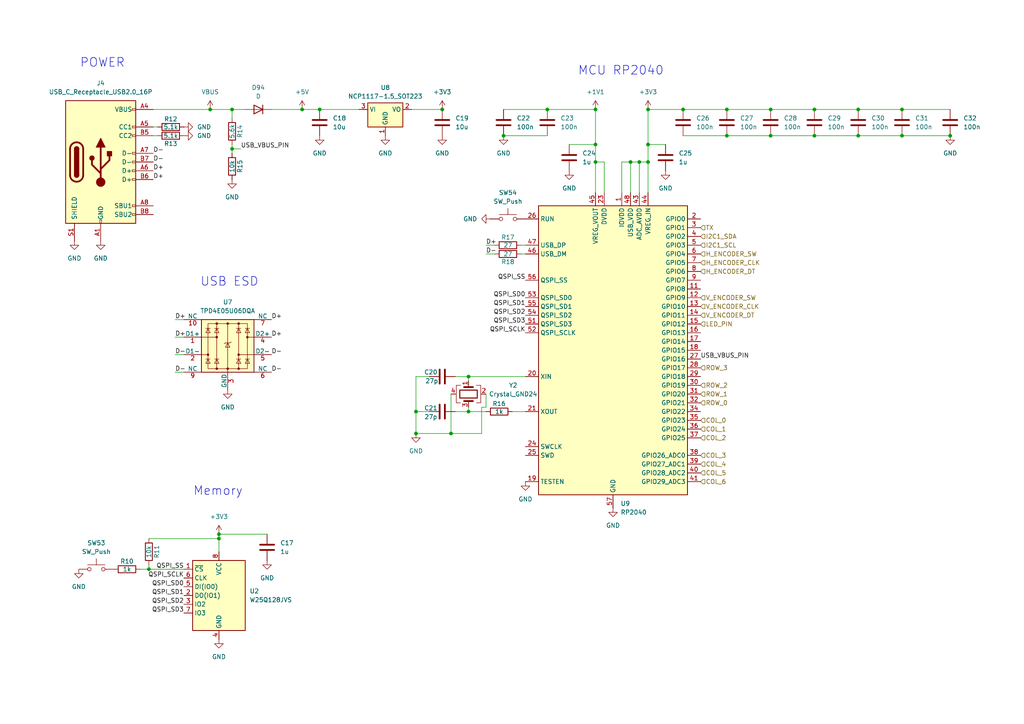
<source format=kicad_sch>
(kicad_sch (version 20231120) (generator "eeschema") (generator_version "8.0")
  (paper "A4")
  (lib_symbols
    (symbol "Connector:USB_C_Receptacle_USB2.0_16P" (pin_names (offset 1.016))
      (property "Reference" "J" (at 0 22.225 0))
      (property "Value" "USB_C_Receptacle_USB2.0_16P" (at 0 19.685 0))
      (symbol "USB_C_Receptacle_USB2.0_16P_0_0"
        (rectangle (start -0.254 -17.78) (end 0.254 -16.764))
        (rectangle (start 10.16 -14.986) (end 9.144 -15.494))
        (rectangle (start 10.16 -12.446) (end 9.144 -12.954))
        (rectangle (start 10.16 -4.826) (end 9.144 -5.334))
        (rectangle (start 10.16 -2.286) (end 9.144 -2.794))
        (rectangle (start 10.16 0.254) (end 9.144 -0.254))
        (rectangle (start 10.16 2.794) (end 9.144 2.286))
        (rectangle (start 10.16 7.874) (end 9.144 7.366))
        (rectangle (start 10.16 10.414) (end 9.144 9.906))
        (rectangle (start 10.16 15.494) (end 9.144 14.986))
      )
      (symbol "USB_C_Receptacle_USB2.0_16P_0_1"
        (rectangle (start -10.16 17.78) (end 10.16 -17.78) (stroke (width 0.254)) (fill (type background)))
        (arc (start -8.89 -3.81) (mid -6.985 -5.7067) (end -5.08 -3.81) (stroke (width 0.508)))
        (arc (start -7.62 -3.81) (mid -6.985 -4.4423) (end -6.35 -3.81) (stroke (width 0.254)))
        (arc (start -7.62 -3.81) (mid -6.985 -4.4423) (end -6.35 -3.81) (stroke (width 0.254)) (fill (type outline)))
        (rectangle (start -7.62 -3.81) (end -6.35 3.81) (stroke (width 0.254)) (fill (type outline)))
        (arc (start -6.35 3.81) (mid -6.985 4.4423) (end -7.62 3.81) (stroke (width 0.254)))
        (arc (start -6.35 3.81) (mid -6.985 4.4423) (end -7.62 3.81) (stroke (width 0.254)) (fill (type outline)))
        (arc (start -5.08 3.81) (mid -6.985 5.7067) (end -8.89 3.81) (stroke (width 0.508)))
        (circle (center -2.54 1.143) (radius 0.635) (stroke (width 0.254)) (fill (type outline)))
        (circle (center 0 -5.842) (radius 1.27) (fill (type outline)))
        (polyline (pts (xy -8.89 -3.81) (xy -8.89 3.81)) (stroke (width 0.508)))
        (polyline (pts (xy -5.08 3.81) (xy -5.08 -3.81)) (stroke (width 0.508)))
        (polyline (pts (xy 0 -5.842) (xy 0 4.318)) (stroke (width 0.508)))
        (polyline (pts (xy 0 -3.302) (xy -2.54 -0.762) (xy -2.54 0.508)) (stroke (width 0.508)))
        (polyline (pts (xy 0 -2.032) (xy 2.54 0.508) (xy 2.54 1.778)) (stroke (width 0.508)))
        (polyline (pts (xy -1.27 4.318) (xy 0 6.858) (xy 1.27 4.318) (xy -1.27 4.318)) (stroke (width 0.254)) (fill (type outline)))
        (rectangle (start 1.905 1.778) (end 3.175 3.048) (stroke (width 0.254)) (fill (type outline)))
      )
      (symbol "USB_C_Receptacle_USB2.0_16P_1_1"
        (pin passive line (at 0 -22.86 90) (length 5.08) (name "GND") (number "A1"))
        (pin passive line (at 0 -22.86 90) (length 5.08) hide (name "GND") (number "A12"))
        (pin passive line (at 15.24 15.24 180) (length 5.08) (name "VBUS") (number "A4"))
        (pin bidirectional line (at 15.24 10.16 180) (length 5.08) (name "CC1") (number "A5"))
        (pin bidirectional line (at 15.24 -2.54 180) (length 5.08) (name "D+") (number "A6"))
        (pin bidirectional line (at 15.24 2.54 180) (length 5.08) (name "D-") (number "A7"))
        (pin bidirectional line (at 15.24 -12.7 180) (length 5.08) (name "SBU1") (number "A8"))
        (pin passive line (at 15.24 15.24 180) (length 5.08) hide (name "VBUS") (number "A9"))
        (pin passive line (at 0 -22.86 90) (length 5.08) hide (name "GND") (number "B1"))
        (pin passive line (at 0 -22.86 90) (length 5.08) hide (name "GND") (number "B12"))
        (pin passive line (at 15.24 15.24 180) (length 5.08) hide (name "VBUS") (number "B4"))
        (pin bidirectional line (at 15.24 7.62 180) (length 5.08) (name "CC2") (number "B5"))
        (pin bidirectional line (at 15.24 -5.08 180) (length 5.08) (name "D+") (number "B6"))
        (pin bidirectional line (at 15.24 0 180) (length 5.08) (name "D-") (number "B7"))
        (pin bidirectional line (at 15.24 -15.24 180) (length 5.08) (name "SBU2") (number "B8"))
        (pin passive line (at 15.24 15.24 180) (length 5.08) hide (name "VBUS") (number "B9"))
        (pin passive line (at -7.62 -22.86 90) (length 5.08) (name "SHIELD") (number "S1"))
      )
    )
    (symbol "Device:C" (pin_numbers hide) (pin_names (offset 0.254))
      (property "Reference" "C" (at 0.635 2.54 0))
      (property "Value" "C" (at 0.635 -2.54 0))
      (symbol "C_0_1"
        (polyline (pts (xy -2.032 -0.762) (xy 2.032 -0.762)) (stroke (width 0.508)))
        (polyline (pts (xy -2.032 0.762) (xy 2.032 0.762)) (stroke (width 0.508)))
      )
      (symbol "C_1_1"
        (pin passive line (at 0 3.81 270) (length 2.794) (name "~") (number "1"))
        (pin passive line (at 0 -3.81 90) (length 2.794) (name "~") (number "2"))
      )
    )
    (symbol "Device:Crystal_GND24" (pin_names (offset 1.016) hide)
      (property "Reference" "Y" (at 3.175 5.08 0))
      (property "Value" "Crystal_GND24" (at 3.175 3.175 0))
      (symbol "Crystal_GND24_0_1"
        (rectangle (start -1.143 2.54) (end 1.143 -2.54) (stroke (width 0.3048)))
        (polyline (pts (xy -2.54 0) (xy -2.032 0)))
        (polyline (pts (xy -2.032 -1.27) (xy -2.032 1.27)) (stroke (width 0.508)))
        (polyline (pts (xy 0 -3.81) (xy 0 -3.556)))
        (polyline (pts (xy 0 3.556) (xy 0 3.81)))
        (polyline (pts (xy 2.032 -1.27) (xy 2.032 1.27)) (stroke (width 0.508)))
        (polyline (pts (xy 2.032 0) (xy 2.54 0)))
        (polyline (pts (xy -2.54 -2.286) (xy -2.54 -3.556) (xy 2.54 -3.556) (xy 2.54 -2.286)))
        (polyline (pts (xy -2.54 2.286) (xy -2.54 3.556) (xy 2.54 3.556) (xy 2.54 2.286)))
      )
      (symbol "Crystal_GND24_1_1"
        (pin passive line (at -3.81 0 0) (length 1.27) (name "1") (number "1"))
        (pin passive line (at 0 5.08 270) (length 1.27) (name "2") (number "2"))
        (pin passive line (at 3.81 0 180) (length 1.27) (name "3") (number "3"))
        (pin passive line (at 0 -5.08 90) (length 1.27) (name "4") (number "4"))
      )
    )
    (symbol "Device:D" (pin_numbers hide) (pin_names (offset 1.016) hide)
      (property "Reference" "D" (at 0 2.54 0))
      (property "Value" "D" (at 0 -2.54 0))
      (symbol "D_0_1"
        (polyline (pts (xy -1.27 1.27) (xy -1.27 -1.27)) (stroke (width 0.254)))
        (polyline (pts (xy 1.27 0) (xy -1.27 0)))
        (polyline (pts (xy 1.27 1.27) (xy 1.27 -1.27) (xy -1.27 0) (xy 1.27 1.27)) (stroke (width 0.254)))
      )
      (symbol "D_1_1"
        (pin passive line (at -3.81 0 0) (length 2.54) (name "K") (number "1"))
        (pin passive line (at 3.81 0 180) (length 2.54) (name "A") (number "2"))
      )
    )
    (symbol "Device:R" (pin_numbers hide) (pin_names (offset 0))
      (property "Reference" "R" (at 2.032 0 90))
      (property "Value" "R" (at 0 0 90))
      (symbol "R_0_1"
        (rectangle (start -1.016 -2.54) (end 1.016 2.54) (stroke (width 0.254)))
      )
      (symbol "R_1_1"
        (pin passive line (at 0 3.81 270) (length 1.27) (name "~") (number "1"))
        (pin passive line (at 0 -3.81 90) (length 1.27) (name "~") (number "2"))
      )
    )
    (symbol "MCU_RaspberryPi:RP2040"
      (property "Reference" "U" (at 17.78 45.72 0))
      (property "Value" "RP2040" (at 17.78 43.18 0))
      (symbol "RP2040_0_1"
        (rectangle (start -21.59 41.91) (end 21.59 -41.91) (stroke (width 0.254)) (fill (type background)))
      )
      (symbol "RP2040_1_1"
        (pin power_in line (at 2.54 45.72 270) (length 3.81) (name "IOVDD") (number "1"))
        (pin passive line (at 2.54 45.72 270) (length 3.81) hide (name "IOVDD") (number "10"))
        (pin bidirectional line (at 25.4 17.78 180) (length 3.81) (name "GPIO8") (number "11"))
        (pin bidirectional line (at 25.4 15.24 180) (length 3.81) (name "GPIO9") (number "12"))
        (pin bidirectional line (at 25.4 12.7 180) (length 3.81) (name "GPIO10") (number "13"))
        (pin bidirectional line (at 25.4 10.16 180) (length 3.81) (name "GPIO11") (number "14"))
        (pin bidirectional line (at 25.4 7.62 180) (length 3.81) (name "GPIO12") (number "15"))
        (pin bidirectional line (at 25.4 5.08 180) (length 3.81) (name "GPIO13") (number "16"))
        (pin bidirectional line (at 25.4 2.54 180) (length 3.81) (name "GPIO14") (number "17"))
        (pin bidirectional line (at 25.4 0 180) (length 3.81) (name "GPIO15") (number "18"))
        (pin input line (at -25.4 -38.1 0) (length 3.81) (name "TESTEN") (number "19"))
        (pin bidirectional line (at 25.4 38.1 180) (length 3.81) (name "GPIO0") (number "2"))
        (pin input line (at -25.4 -7.62 0) (length 3.81) (name "XIN") (number "20"))
        (pin passive line (at -25.4 -17.78 0) (length 3.81) (name "XOUT") (number "21"))
        (pin passive line (at 2.54 45.72 270) (length 3.81) hide (name "IOVDD") (number "22"))
        (pin power_in line (at -2.54 45.72 270) (length 3.81) (name "DVDD") (number "23"))
        (pin input line (at -25.4 -27.94 0) (length 3.81) (name "SWCLK") (number "24"))
        (pin bidirectional line (at -25.4 -30.48 0) (length 3.81) (name "SWD") (number "25"))
        (pin input line (at -25.4 38.1 0) (length 3.81) (name "RUN") (number "26"))
        (pin bidirectional line (at 25.4 -2.54 180) (length 3.81) (name "GPIO16") (number "27"))
        (pin bidirectional line (at 25.4 -5.08 180) (length 3.81) (name "GPIO17") (number "28"))
        (pin bidirectional line (at 25.4 -7.62 180) (length 3.81) (name "GPIO18") (number "29"))
        (pin bidirectional line (at 25.4 35.56 180) (length 3.81) (name "GPIO1") (number "3"))
        (pin bidirectional line (at 25.4 -10.16 180) (length 3.81) (name "GPIO19") (number "30"))
        (pin bidirectional line (at 25.4 -12.7 180) (length 3.81) (name "GPIO20") (number "31"))
        (pin bidirectional line (at 25.4 -15.24 180) (length 3.81) (name "GPIO21") (number "32"))
        (pin passive line (at 2.54 45.72 270) (length 3.81) hide (name "IOVDD") (number "33"))
        (pin bidirectional line (at 25.4 -17.78 180) (length 3.81) (name "GPIO22") (number "34"))
        (pin bidirectional line (at 25.4 -20.32 180) (length 3.81) (name "GPIO23") (number "35"))
        (pin bidirectional line (at 25.4 -22.86 180) (length 3.81) (name "GPIO24") (number "36"))
        (pin bidirectional line (at 25.4 -25.4 180) (length 3.81) (name "GPIO25") (number "37"))
        (pin bidirectional line (at 25.4 -30.48 180) (length 3.81) (name "GPIO26_ADC0") (number "38"))
        (pin bidirectional line (at 25.4 -33.02 180) (length 3.81) (name "GPIO27_ADC1") (number "39"))
        (pin bidirectional line (at 25.4 33.02 180) (length 3.81) (name "GPIO2") (number "4"))
        (pin bidirectional line (at 25.4 -35.56 180) (length 3.81) (name "GPIO28_ADC2") (number "40"))
        (pin bidirectional line (at 25.4 -38.1 180) (length 3.81) (name "GPIO29_ADC3") (number "41"))
        (pin passive line (at 2.54 45.72 270) (length 3.81) hide (name "IOVDD") (number "42"))
        (pin power_in line (at 7.62 45.72 270) (length 3.81) (name "ADC_AVDD") (number "43"))
        (pin power_in line (at 10.16 45.72 270) (length 3.81) (name "VREG_IN") (number "44"))
        (pin power_out line (at -5.08 45.72 270) (length 3.81) (name "VREG_VOUT") (number "45"))
        (pin bidirectional line (at -25.4 27.94 0) (length 3.81) (name "USB_DM") (number "46"))
        (pin bidirectional line (at -25.4 30.48 0) (length 3.81) (name "USB_DP") (number "47"))
        (pin power_in line (at 5.08 45.72 270) (length 3.81) (name "USB_VDD") (number "48"))
        (pin passive line (at 2.54 45.72 270) (length 3.81) hide (name "IOVDD") (number "49"))
        (pin bidirectional line (at 25.4 30.48 180) (length 3.81) (name "GPIO3") (number "5"))
        (pin passive line (at -2.54 45.72 270) (length 3.81) hide (name "DVDD") (number "50"))
        (pin bidirectional line (at -25.4 7.62 0) (length 3.81) (name "QSPI_SD3") (number "51"))
        (pin output line (at -25.4 5.08 0) (length 3.81) (name "QSPI_SCLK") (number "52"))
        (pin bidirectional line (at -25.4 15.24 0) (length 3.81) (name "QSPI_SD0") (number "53"))
        (pin bidirectional line (at -25.4 10.16 0) (length 3.81) (name "QSPI_SD2") (number "54"))
        (pin bidirectional line (at -25.4 12.7 0) (length 3.81) (name "QSPI_SD1") (number "55"))
        (pin bidirectional line (at -25.4 20.32 0) (length 3.81) (name "QSPI_SS") (number "56"))
        (pin power_in line (at 0 -45.72 90) (length 3.81) (name "GND") (number "57"))
        (pin bidirectional line (at 25.4 27.94 180) (length 3.81) (name "GPIO4") (number "6"))
        (pin bidirectional line (at 25.4 25.4 180) (length 3.81) (name "GPIO5") (number "7"))
        (pin bidirectional line (at 25.4 22.86 180) (length 3.81) (name "GPIO6") (number "8"))
        (pin bidirectional line (at 25.4 20.32 180) (length 3.81) (name "GPIO7") (number "9"))
      )
    )
    (symbol "Memory_Flash:W25Q128JVS"
      (property "Reference" "U" (at -8.89 8.89 0))
      (property "Value" "W25Q128JVS" (at 7.62 8.89 0))
      (symbol "W25Q128JVS_0_1"
        (rectangle (start -7.62 10.16) (end 7.62 -10.16) (stroke (width 0.254)) (fill (type background)))
      )
      (symbol "W25Q128JVS_1_1"
        (pin input line (at -10.16 7.62 0) (length 2.54) (name "~{CS}") (number "1"))
        (pin bidirectional line (at -10.16 0 0) (length 2.54) (name "DO(IO1)") (number "2"))
        (pin bidirectional line (at -10.16 -2.54 0) (length 2.54) (name "IO2") (number "3"))
        (pin power_in line (at 0 -12.7 90) (length 2.54) (name "GND") (number "4"))
        (pin bidirectional line (at -10.16 2.54 0) (length 2.54) (name "DI(IO0)") (number "5"))
        (pin input line (at -10.16 5.08 0) (length 2.54) (name "CLK") (number "6"))
        (pin bidirectional line (at -10.16 -5.08 0) (length 2.54) (name "IO3") (number "7"))
        (pin power_in line (at 0 12.7 270) (length 2.54) (name "VCC") (number "8"))
      )
    )
    (symbol "Power_Protection:TPD4E05U06DQA" (pin_names (offset 0))
      (property "Reference" "U" (at -0.635 8.89 0))
      (property "Value" "TPD4E05U06DQA" (at 1.905 -10.16 0))
      (symbol "TPD4E05U06DQA_0_0"
        (rectangle (start -5.715 6.477) (end 5.715 -6.604))
        (polyline (pts (xy -3.175 -6.604) (xy -3.175 6.477)))
        (polyline (pts (xy 0 6.477) (xy 0 -6.604)))
        (polyline (pts (xy 3.175 6.477) (xy 3.175 -6.604)))
      )
      (symbol "TPD4E05U06DQA_0_1"
        (rectangle (start -7.62 7.62) (end 7.62 -7.62) (stroke (width 0.254)) (fill (type background)))
        (circle (center -5.715 -2.54) (radius 0.2794) (fill (type outline)))
        (circle (center -3.175 -6.604) (radius 0.2794) (fill (type outline)))
        (circle (center -3.175 2.54) (radius 0.2794) (fill (type outline)))
        (circle (center -3.175 6.477) (radius 0.2794) (fill (type outline)))
        (circle (center 0 -6.604) (radius 0.2794) (fill (type outline)))
        (polyline (pts (xy -7.747 2.54) (xy -3.175 2.54)))
        (polyline (pts (xy -7.62 -2.54) (xy -5.715 -2.54)))
        (polyline (pts (xy -5.08 -3.81) (xy -6.35 -3.81)))
        (polyline (pts (xy -5.08 5.08) (xy -6.35 5.08)))
        (polyline (pts (xy -2.54 -3.81) (xy -3.81 -3.81)))
        (polyline (pts (xy -2.54 5.08) (xy -3.81 5.08)))
        (polyline (pts (xy -0.635 0.889) (xy -1.016 0.635)))
        (polyline (pts (xy 0 -6.604) (xy 0 -7.62)))
        (polyline (pts (xy 0.635 0.889) (xy -0.635 0.889)))
        (polyline (pts (xy 0.635 0.889) (xy 1.016 1.143)))
        (polyline (pts (xy 3.81 -3.81) (xy 2.54 -3.81)))
        (polyline (pts (xy 3.81 5.08) (xy 2.54 5.08)))
        (polyline (pts (xy 6.35 -3.81) (xy 5.08 -3.81)))
        (polyline (pts (xy 6.35 5.08) (xy 5.08 5.08)))
        (polyline (pts (xy 7.62 -2.54) (xy 3.175 -2.54)))
        (polyline (pts (xy 7.62 2.54) (xy 5.715 2.54)))
        (polyline (pts (xy -5.08 -5.08) (xy -6.35 -5.08) (xy -5.715 -3.81) (xy -5.08 -5.08)))
        (polyline (pts (xy -5.08 3.81) (xy -6.35 3.81) (xy -5.715 5.08) (xy -5.08 3.81)))
        (polyline (pts (xy -2.54 -5.08) (xy -3.81 -5.08) (xy -3.175 -3.81) (xy -2.54 -5.08)))
        (polyline (pts (xy -2.54 3.81) (xy -3.81 3.81) (xy -3.175 5.08) (xy -2.54 3.81)))
        (polyline (pts (xy 0.635 -0.381) (xy -0.635 -0.381) (xy 0 0.889) (xy 0.635 -0.381)))
        (polyline (pts (xy 3.81 -5.08) (xy 2.54 -5.08) (xy 3.175 -3.81) (xy 3.81 -5.08)))
        (polyline (pts (xy 3.81 3.81) (xy 2.54 3.81) (xy 3.175 5.08) (xy 3.81 3.81)))
        (polyline (pts (xy 6.35 -5.08) (xy 5.08 -5.08) (xy 5.715 -3.81) (xy 6.35 -5.08)))
        (polyline (pts (xy 6.35 3.81) (xy 5.08 3.81) (xy 5.715 5.08) (xy 6.35 3.81)))
        (circle (center 0 6.477) (radius 0.2794) (fill (type outline)))
        (circle (center 3.175 -6.604) (radius 0.2794) (fill (type outline)))
        (circle (center 3.175 -2.54) (radius 0.2794) (fill (type outline)))
        (circle (center 3.175 6.477) (radius 0.2794) (fill (type outline)))
        (circle (center 5.715 2.54) (radius 0.2794) (fill (type outline)))
      )
      (symbol "TPD4E05U06DQA_1_1"
        (pin passive line (at -12.7 2.54 0) (length 5.08) (name "D1+") (number "1"))
        (pin free line (at -12.7 7.62 0) (length 5.08) (name "NC") (number "10"))
        (pin passive line (at -12.7 -2.54 0) (length 5.08) (name "D1-") (number "2"))
        (pin power_in line (at 0 -12.7 90) (length 5.08) (name "GND") (number "3"))
        (pin passive line (at 12.7 2.54 180) (length 5.08) (name "D2+") (number "4"))
        (pin passive line (at 12.7 -2.54 180) (length 5.08) (name "D2-") (number "5"))
        (pin free line (at 12.7 -7.62 180) (length 5.08) (name "NC") (number "6"))
        (pin free line (at 12.7 7.62 180) (length 5.08) (name "NC") (number "7"))
        (pin passive line (at 0 -12.7 90) (length 5.08) hide (name "GND") (number "8"))
        (pin free line (at -12.7 -7.62 0) (length 5.08) (name "NC") (number "9"))
      )
    )
    (symbol "Regulator_Linear:NCP1117-1.5_SOT223"
      (property "Reference" "U" (at -3.81 3.175 0))
      (property "Value" "NCP1117-1.5_SOT223" (at 0 3.175 0))
      (symbol "NCP1117-1.5_SOT223_0_1"
        (rectangle (start -5.08 -5.08) (end 5.08 1.905) (stroke (width 0.254)) (fill (type background)))
      )
      (symbol "NCP1117-1.5_SOT223_1_1"
        (pin power_in line (at 0 -7.62 90) (length 2.54) (name "GND") (number "1"))
        (pin power_out line (at 7.62 0 180) (length 2.54) (name "VO") (number "2"))
        (pin power_in line (at -7.62 0 0) (length 2.54) (name "VI") (number "3"))
      )
    )
    (symbol "Switch:SW_Push" (pin_numbers hide) (pin_names (offset 1.016) hide)
      (property "Reference" "SW" (at 1.27 2.54 0))
      (property "Value" "SW_Push" (at 0 -1.524 0))
      (symbol "SW_Push_0_1"
        (circle (center -2.032 0) (radius 0.508))
        (polyline (pts (xy 0 1.27) (xy 0 3.048)))
        (polyline (pts (xy 2.54 1.27) (xy -2.54 1.27)))
        (circle (center 2.032 0) (radius 0.508))
        (pin passive line (at -5.08 0 0) (length 2.54) (name "1") (number "1"))
        (pin passive line (at 5.08 0 180) (length 2.54) (name "2") (number "2"))
      )
    )
    (symbol "power:+1V1" (power) (pin_numbers hide) (pin_names (offset 0) hide)
      (property "Value" "+1V1" (at 0 3.556 0))
      (symbol "+1V1_0_1"
        (polyline (pts (xy -0.762 1.27) (xy 0 2.54)))
        (polyline (pts (xy 0 0) (xy 0 2.54)))
        (polyline (pts (xy 0 2.54) (xy 0.762 1.27)))
      )
      (symbol "+1V1_1_1"
        (pin power_in line (at 0 0 90) (length 0) (name "~") (number "1"))
      )
    )
    (symbol "power:+3V3" (power) (pin_numbers hide) (pin_names (offset 0) hide)
      (property "Value" "+3V3" (at 0 3.556 0))
      (symbol "+3V3_0_1"
        (polyline (pts (xy -0.762 1.27) (xy 0 2.54)))
        (polyline (pts (xy 0 0) (xy 0 2.54)))
        (polyline (pts (xy 0 2.54) (xy 0.762 1.27)))
      )
      (symbol "+3V3_1_1"
        (pin power_in line (at 0 0 90) (length 0) (name "~") (number "1"))
      )
    )
    (symbol "power:+5V" (power) (pin_numbers hide) (pin_names (offset 0) hide)
      (property "Value" "+5V" (at 0 3.556 0))
      (symbol "+5V_0_1"
        (polyline (pts (xy -0.762 1.27) (xy 0 2.54)))
        (polyline (pts (xy 0 0) (xy 0 2.54)))
        (polyline (pts (xy 0 2.54) (xy 0.762 1.27)))
      )
      (symbol "+5V_1_1"
        (pin power_in line (at 0 0 90) (length 0) (name "~") (number "1"))
      )
    )
    (symbol "power:GND" (power) (pin_numbers hide) (pin_names (offset 0) hide)
      (property "Value" "GND" (at 0 -3.81 0))
      (symbol "GND_0_1"
        (polyline (pts (xy 0 0) (xy 0 -1.27) (xy 1.27 -1.27) (xy 0 -2.54) (xy -1.27 -1.27) (xy 0 -1.27)))
      )
      (symbol "GND_1_1"
        (pin power_in line (at 0 0 270) (length 0) (name "~") (number "1"))
      )
    )
    (symbol "power:VBUS" (power) (pin_numbers hide) (pin_names (offset 0) hide)
      (property "Value" "VBUS" (at 0 3.556 0))
      (symbol "VBUS_0_1"
        (polyline (pts (xy -0.762 1.27) (xy 0 2.54)))
        (polyline (pts (xy 0 0) (xy 0 2.54)))
        (polyline (pts (xy 0 2.54) (xy 0.762 1.27)))
      )
      (symbol "VBUS_1_1"
        (pin power_in line (at 0 0 90) (length 0) (name "~") (number "1"))
      )
    )
  )
  (junction (at 275.59 39.37))
  (junction (at 63.5 156.21))
  (junction (at 248.92 39.37))
  (junction (at 158.75 31.75))
  (junction (at 146.05 39.37))
  (junction (at 92.71 31.75))
  (junction (at 187.96 31.75))
  (junction (at 128.27 31.75))
  (junction (at 223.52 39.37))
  (junction (at 63.5 154.94))
  (junction (at 261.62 31.75))
  (junction (at 182.88 46.99))
  (junction (at 135.89 109.22))
  (junction (at 185.42 46.99))
  (junction (at 210.82 39.37))
  (junction (at 172.72 46.99))
  (junction (at 223.52 31.75))
  (junction (at 198.12 31.75))
  (junction (at 248.92 31.75))
  (junction (at 67.31 43.18))
  (junction (at 172.72 41.91))
  (junction (at 43.18 165.1))
  (junction (at 60.96 31.75))
  (junction (at 120.65 119.38))
  (junction (at 87.63 31.75))
  (junction (at 67.31 31.75))
  (junction (at 261.62 39.37))
  (junction (at 135.89 119.38))
  (junction (at 236.22 39.37))
  (junction (at 172.72 31.75))
  (junction (at 130.81 125.73))
  (junction (at 187.96 41.91))
  (junction (at 120.65 125.73))
  (junction (at 236.22 31.75))
  (junction (at 210.82 31.75))
  (junction (at 187.96 46.99))
  (wire (pts (xy 120.65 125.73) (xy 130.81 125.73)))
  (wire (pts (xy 44.45 31.75) (xy 60.96 31.75)))
  (wire (pts (xy 135.89 119.38) (xy 140.97 119.38)))
  (wire (pts (xy 175.26 46.99) (xy 172.72 46.99)))
  (wire (pts (xy 172.72 55.88) (xy 172.72 46.99)))
  (wire (pts (xy 140.97 114.3) (xy 140.97 118.11)))
  (wire (pts (xy 139.7 125.73) (xy 130.81 125.73)))
  (wire (pts (xy 146.05 31.75) (xy 158.75 31.75)))
  (wire (pts (xy 60.96 31.75) (xy 67.31 31.75)))
  (wire (pts (xy 187.96 46.99) (xy 187.96 41.91)))
  (wire (pts (xy 135.89 109.22) (xy 152.4 109.22)))
  (wire (pts (xy 43.18 156.21) (xy 63.5 156.21)))
  (wire (pts (xy 140.97 118.11) (xy 139.7 118.11)))
  (wire (pts (xy 187.96 55.88) (xy 187.96 46.99)))
  (wire (pts (xy 187.96 41.91) (xy 193.04 41.91)))
  (wire (pts (xy 187.96 41.91) (xy 187.96 31.75)))
  (wire (pts (xy 223.52 39.37) (xy 236.22 39.37)))
  (wire (pts (xy 151.13 71.12) (xy 152.4 71.12)))
  (wire (pts (xy 175.26 55.88) (xy 175.26 46.99)))
  (wire (pts (xy 210.82 39.37) (xy 223.52 39.37)))
  (wire (pts (xy 182.88 46.99) (xy 182.88 55.88)))
  (wire (pts (xy 172.72 41.91) (xy 165.1 41.91)))
  (wire (pts (xy 120.65 109.22) (xy 120.65 119.38)))
  (wire (pts (xy 151.13 73.66) (xy 152.4 73.66)))
  (wire (pts (xy 53.34 165.1) (xy 43.18 165.1)))
  (wire (pts (xy 185.42 46.99) (xy 185.42 55.88)))
  (wire (pts (xy 236.22 31.75) (xy 248.92 31.75)))
  (wire (pts (xy 78.74 31.75) (xy 87.63 31.75)))
  (wire (pts (xy 261.62 31.75) (xy 275.59 31.75)))
  (wire (pts (xy 67.31 43.18) (xy 69.85 43.18)))
  (wire (pts (xy 210.82 31.75) (xy 223.52 31.75)))
  (wire (pts (xy 44.45 39.37) (xy 45.72 39.37)))
  (wire (pts (xy 67.31 41.91) (xy 67.31 43.18)))
  (wire (pts (xy 187.96 31.75) (xy 198.12 31.75)))
  (wire (pts (xy 158.75 31.75) (xy 172.72 31.75)))
  (wire (pts (xy 63.5 160.02) (xy 63.5 156.21)))
  (wire (pts (xy 198.12 31.75) (xy 210.82 31.75)))
  (wire (pts (xy 148.59 119.38) (xy 152.4 119.38)))
  (wire (pts (xy 43.18 165.1) (xy 43.18 163.83)))
  (wire (pts (xy 261.62 39.37) (xy 275.59 39.37)))
  (wire (pts (xy 198.12 39.37) (xy 210.82 39.37)))
  (wire (pts (xy 180.34 46.99) (xy 182.88 46.99)))
  (wire (pts (xy 130.81 114.3) (xy 130.81 125.73)))
  (wire (pts (xy 87.63 31.75) (xy 92.71 31.75)))
  (wire (pts (xy 248.92 31.75) (xy 261.62 31.75)))
  (wire (pts (xy 67.31 31.75) (xy 67.31 34.29)))
  (wire (pts (xy 172.72 41.91) (xy 172.72 31.75)))
  (wire (pts (xy 182.88 46.99) (xy 185.42 46.99)))
  (wire (pts (xy 223.52 31.75) (xy 236.22 31.75)))
  (wire (pts (xy 63.5 156.21) (xy 63.5 154.94)))
  (wire (pts (xy 40.64 165.1) (xy 43.18 165.1)))
  (wire (pts (xy 67.31 43.18) (xy 67.31 44.45)))
  (wire (pts (xy 146.05 39.37) (xy 158.75 39.37)))
  (wire (pts (xy 63.5 154.94) (xy 77.47 154.94)))
  (wire (pts (xy 92.71 31.75) (xy 104.14 31.75)))
  (wire (pts (xy 139.7 118.11) (xy 139.7 125.73)))
  (wire (pts (xy 236.22 39.37) (xy 248.92 39.37)))
  (wire (pts (xy 119.38 31.75) (xy 128.27 31.75)))
  (wire (pts (xy 132.08 119.38) (xy 135.89 119.38)))
  (wire (pts (xy 135.89 118.11) (xy 135.89 119.38)))
  (wire (pts (xy 248.92 39.37) (xy 261.62 39.37)))
  (wire (pts (xy 140.97 73.66) (xy 143.51 73.66)))
  (wire (pts (xy 185.42 46.99) (xy 187.96 46.99)))
  (wire (pts (xy 140.97 71.12) (xy 143.51 71.12)))
  (wire (pts (xy 180.34 55.88) (xy 180.34 46.99)))
  (wire (pts (xy 172.72 46.99) (xy 172.72 41.91)))
  (wire (pts (xy 124.46 109.22) (xy 120.65 109.22)))
  (wire (pts (xy 44.45 36.83) (xy 45.72 36.83)))
  (wire (pts (xy 50.8 92.71) (xy 53.34 92.71)))
  (wire (pts (xy 50.8 102.87) (xy 53.34 102.87)))
  (wire (pts (xy 135.89 109.22) (xy 135.89 110.49)))
  (wire (pts (xy 50.8 97.79) (xy 53.34 97.79)))
  (wire (pts (xy 120.65 119.38) (xy 124.46 119.38)))
  (wire (pts (xy 132.08 109.22) (xy 135.89 109.22)))
  (wire (pts (xy 50.8 107.95) (xy 53.34 107.95)))
  (wire (pts (xy 67.31 31.75) (xy 71.12 31.75)))
  (wire (pts (xy 120.65 119.38) (xy 120.65 125.73)))
  (text "USB ESD" (at 66.548 81.788 0) (effects (font (size 2.54 2.54))))
  (text "MCU RP2040" (at 180.086 20.574 0) (effects (font (size 2.54 2.54))))
  (text "POWER" (at 29.718 18.288 0) (effects (font (size 2.54 2.54))))
  (text "Memory" (at 63.246 142.494 0) (effects (font (size 2.54 2.54))))
  (label "D+" (at 78.74 92.71 0))
  (label "USB_VBUS_PIN" (at 69.85 43.18 0))
  (label "QSPI_SD2" (at 152.4 91.44 180))
  (label "D+" (at 50.8 97.79 0))
  (label "D-" (at 140.97 73.66 0))
  (label "USB_VBUS_PIN" (at 203.2 104.14 0))
  (label "D-" (at 50.8 102.87 0))
  (label "D-" (at 44.45 46.99 0))
  (label "QSPI_SS" (at 152.4 81.28 180))
  (label "QSPI_SD0" (at 152.4 86.36 180))
  (label "QSPI_SD3" (at 53.34 177.8 180))
  (label "D+" (at 140.97 71.12 0))
  (label "QSPI_SCLK" (at 53.34 167.64 180))
  (label "D-" (at 78.74 107.95 0))
  (label "QSPI_SD1" (at 152.4 88.9 180))
  (label "D-" (at 44.45 44.45 0))
  (label "D+" (at 50.8 92.71 0))
  (label "QSPI_SD0" (at 53.34 170.18 180))
  (label "QSPI_SD3" (at 152.4 93.98 180))
  (label "QSPI_SS" (at 53.34 165.1 180))
  (label "D-" (at 50.8 107.95 0))
  (label "D+" (at 44.45 49.53 0))
  (label "QSPI_SD2" (at 53.34 175.26 180))
  (label "D+" (at 44.45 52.07 0))
  (label "QSPI_SD1" (at 53.34 172.72 180))
  (label "D+" (at 78.74 97.79 0))
  (label "D-" (at 78.74 102.87 0))
  (label "QSPI_SCLK" (at 152.4 96.52 180))
  (hierarchical_label "H_ENCODER_DT" (shape input) (at 203.2 78.74 0))
  (hierarchical_label "COL_5" (shape input) (at 203.2 137.16 0))
  (hierarchical_label "ROW_2" (shape input) (at 203.2 111.76 0))
  (hierarchical_label "I2C1_SDA" (shape input) (at 203.2 68.58 0))
  (hierarchical_label "COL_3" (shape input) (at 203.2 132.08 0))
  (hierarchical_label "COL_0" (shape input) (at 203.2 121.92 0))
  (hierarchical_label "V_ENCODER_DT" (shape input) (at 203.2 91.44 0))
  (hierarchical_label "V_ENCODER_SW" (shape input) (at 203.2 86.36 0))
  (hierarchical_label "COL_2" (shape input) (at 203.2 127 0))
  (hierarchical_label "V_ENCODER_CLK" (shape input) (at 203.2 88.9 0))
  (hierarchical_label "ROW_1" (shape input) (at 203.2 114.3 0))
  (hierarchical_label "ROW_3" (shape input) (at 203.2 106.68 0))
  (hierarchical_label "LED_PIN" (shape input) (at 203.2 93.98 0))
  (hierarchical_label "ROW_0" (shape input) (at 203.2 116.84 0))
  (hierarchical_label "TX" (shape input) (at 203.2 66.04 0))
  (hierarchical_label "COL_6" (shape input) (at 203.2 139.7 0))
  (hierarchical_label "I2C1_SCL" (shape input) (at 203.2 71.12 0))
  (hierarchical_label "H_ENCODER_CLK" (shape input) (at 203.2 76.2 0))
  (hierarchical_label "COL_1" (shape input) (at 203.2 124.46 0))
  (hierarchical_label "COL_4" (shape input) (at 203.2 134.62 0))
  (hierarchical_label "H_ENCODER_SW" (shape input) (at 203.2 73.66 0))
  (symbol (lib_id "power:GND") (at 120.65 125.73 0) (unit 1)
    (property "Reference" "#PWR041" (effects (hide yes)))
    (property "Value" "GND" (at 120.65 130.81 0))
    (property "Description" "Power symbol creates a global label with name \"GND\" , ground" (effects (hide yes)))
  )
  (symbol (lib_id "Device:R") (at 147.32 71.12 270) (unit 1)
    (property "Reference" "R17" (at 147.32 68.834 90))
    (property "Value" "27" (at 147.32 71.12 90))
    (property "Footprint" "Resistor_SMD:R_0402_1005Metric" (effects (hide yes)))
    (property "Description" "Resistor" (effects (hide yes)))
  )
  (symbol (lib_id "Device:C") (at 223.52 35.56 0) (unit 1)
    (property "Reference" "C28" (at 227.33 34.2899 0) (effects (justify left)))
    (property "Value" "100n" (at 227.33 36.8299 0) (effects (justify left)))
    (property "Footprint" "Capacitor_SMD:C_0402_1005Metric" (effects (hide yes)))
    (property "Description" "Unpolarized capacitor" (effects (hide yes)))
  )
  (symbol (lib_id "power:GND") (at 275.59 39.37 0) (unit 1)
    (property "Reference" "#PWR052" (effects (hide yes)))
    (property "Value" "GND" (at 275.59 44.45 0))
    (property "Description" "Power symbol creates a global label with name \"GND\" , ground" (effects (hide yes)))
  )
  (symbol (lib_id "Device:C") (at 165.1 45.72 0) (unit 1)
    (property "Reference" "C24" (at 168.91 44.4499 0) (effects (justify left)))
    (property "Value" "1u" (at 168.91 46.9899 0) (effects (justify left)))
    (property "Footprint" "Capacitor_SMD:C_0402_1005Metric" (effects (hide yes)))
    (property "Description" "Unpolarized capacitor" (effects (hide yes)))
  )
  (symbol (lib_id "power:GND") (at 165.1 49.53 0) (unit 1)
    (property "Reference" "#PWR047" (effects (hide yes)))
    (property "Value" "GND" (at 165.1 54.61 0))
    (property "Description" "Power symbol creates a global label with name \"GND\" , ground" (effects (hide yes)))
  )
  (symbol (lib_id "power:+3V3") (at 187.96 31.75 0) (unit 1)
    (property "Reference" "#PWR050" (effects (hide yes)))
    (property "Value" "+3V3" (at 187.96 26.67 0))
    (property "Description" "Power symbol creates a global label with name \"+3V3\"" (effects (hide yes)))
  )
  (symbol (lib_id "Switch:SW_Push") (at 27.94 165.1 0) (unit 1)
    (property "Reference" "SW53" (at 27.94 157.48 0))
    (property "Value" "SW_Push" (at 27.94 160.02 0))
    (property "Description" "Push button switch, generic, two pins" (effects (hide yes)))
  )
  (symbol (lib_id "MCU_RaspberryPi:RP2040") (at 177.8 101.6 0) (unit 1)
    (property "Reference" "U9" (at 179.9941 146.05 0) (effects (justify left)))
    (property "Value" "RP2040" (at 179.9941 148.59 0) (effects (justify left)))
    (property "Footprint" "Package_DFN_QFN:QFN-56-1EP_7x7mm_P0.4mm_EP3.2x3.2mm" (effects (hide yes)))
    (property "Datasheet" "https://datasheets.raspberrypi.com/rp2040/rp2040-datasheet.pdf" (effects (hide yes)))
    (property "Description" "A microcontroller by Raspberry Pi" (effects (hide yes)))
  )
  (symbol (lib_id "Device:R") (at 67.31 38.1 180) (unit 1)
    (property "Reference" "R14" (at 69.596 38.1 90))
    (property "Value" "5.6k" (at 67.31 38.1 90))
    (property "Footprint" "Resistor_SMD:R_0402_1005Metric" (effects (hide yes)))
    (property "Description" "Resistor" (effects (hide yes)))
  )
  (symbol (lib_id "power:GND") (at 22.86 165.1 0) (unit 1)
    (property "Reference" "#PWR028" (effects (hide yes)))
    (property "Value" "GND" (at 22.86 170.18 0))
    (property "Description" "Power symbol creates a global label with name \"GND\" , ground" (effects (hide yes)))
  )
  (symbol (lib_id "power:GND") (at 146.05 39.37 0) (unit 1)
    (property "Reference" "#PWR045" (effects (hide yes)))
    (property "Value" "GND" (at 146.05 44.45 0))
    (property "Description" "Power symbol creates a global label with name \"GND\" , ground" (effects (hide yes)))
  )
  (symbol (lib_id "power:GND") (at 53.34 36.83 90) (unit 1)
    (property "Reference" "#PWR030" (effects (hide yes)))
    (property "Value" "GND" (at 57.15 36.8299 90) (effects (justify right)))
    (property "Description" "Power symbol creates a global label with name \"GND\" , ground" (effects (hide yes)))
  )
  (symbol (lib_id "power:GND") (at 111.76 39.37 0) (unit 1)
    (property "Reference" "#PWR040" (effects (hide yes)))
    (property "Value" "GND" (at 111.76 44.45 0))
    (property "Description" "Power symbol creates a global label with name \"GND\" , ground" (effects (hide yes)))
  )
  (symbol (lib_id "power:GND") (at 193.04 49.53 0) (unit 1)
    (property "Reference" "#PWR051" (effects (hide yes)))
    (property "Value" "GND" (at 193.04 54.61 0))
    (property "Description" "Power symbol creates a global label with name \"GND\" , ground" (effects (hide yes)))
  )
  (symbol (lib_id "power:GND") (at 177.8 147.32 0) (unit 1)
    (property "Reference" "#PWR049" (effects (hide yes)))
    (property "Value" "GND" (at 177.8 152.4 0))
    (property "Description" "Power symbol creates a global label with name \"GND\" , ground" (effects (hide yes)))
  )
  (symbol (lib_id "Device:C") (at 248.92 35.56 0) (unit 1)
    (property "Reference" "C30" (at 252.73 34.2899 0) (effects (justify left)))
    (property "Value" "100n" (at 252.73 36.8299 0) (effects (justify left)))
    (property "Footprint" "Capacitor_SMD:C_0402_1005Metric" (effects (hide yes)))
    (property "Description" "Unpolarized capacitor" (effects (hide yes)))
  )
  (symbol (lib_id "power:GND") (at 63.5 185.42 0) (unit 1)
    (property "Reference" "#PWR034" (effects (hide yes)))
    (property "Value" "GND" (at 63.5 190.5 0))
    (property "Description" "Power symbol creates a global label with name \"GND\" , ground" (effects (hide yes)))
  )
  (symbol (lib_id "power:GND") (at 92.71 39.37 0) (unit 1)
    (property "Reference" "#PWR039" (effects (hide yes)))
    (property "Value" "GND" (at 92.71 44.45 0))
    (property "Description" "Power symbol creates a global label with name \"GND\" , ground" (effects (hide yes)))
  )
  (symbol (lib_id "Device:C") (at 193.04 45.72 0) (unit 1)
    (property "Reference" "C25" (at 196.85 44.4499 0) (effects (justify left)))
    (property "Value" "1u" (at 196.85 46.9899 0) (effects (justify left)))
    (property "Footprint" "Capacitor_SMD:C_0402_1005Metric" (effects (hide yes)))
    (property "Description" "Unpolarized capacitor" (effects (hide yes)))
  )
  (symbol (lib_id "Device:R") (at 43.18 160.02 180) (unit 1)
    (property "Reference" "R11" (at 45.466 160.02 90))
    (property "Value" "10k" (at 43.18 160.02 90))
    (property "Footprint" "Resistor_SMD:R_0402_1005Metric" (effects (hide yes)))
    (property "Description" "Resistor" (effects (hide yes)))
  )
  (symbol (lib_id "Connector:USB_C_Receptacle_USB2.0_16P") (at 29.21 46.99 0) (unit 1)
    (property "Reference" "J4" (at 29.21 24.13 0))
    (property "Value" "USB_C_Receptacle_USB2.0_16P" (at 29.21 26.67 0))
    (property "Footprint" "usbc:TYPE-C-31-M-13C" (effects (hide yes)))
    (property "Datasheet" "https://www.usb.org/sites/default/files/documents/usb_type-c.zip" (effects (hide yes)))
    (property "Description" "USB 2.0-only 16P Type-C Receptacle connector" (effects (hide yes)))
  )
  (symbol (lib_id "Device:R") (at 67.31 48.26 180) (unit 1)
    (property "Reference" "R15" (at 69.596 48.26 90))
    (property "Value" "10k" (at 67.31 48.26 90))
    (property "Footprint" "Resistor_SMD:R_0402_1005Metric" (effects (hide yes)))
    (property "Description" "Resistor" (effects (hide yes)))
  )
  (symbol (lib_id "Regulator_Linear:NCP1117-1.5_SOT223") (at 111.76 31.75 0) (unit 1)
    (property "Reference" "U8" (at 111.76 25.4 0))
    (property "Value" "NCP1117-1.5_SOT223" (at 111.76 27.94 0))
    (property "Footprint" "Package_TO_SOT_SMD:SOT-223-3_TabPin2" (effects (hide yes)))
    (property "Datasheet" "http://www.onsemi.com/pub_link/Collateral/NCP1117-D.PDF" (effects (hide yes)))
    (property "Description" "1A Low drop-out regulator, Fixed Output 1.5V, SOT-223" (effects (hide yes)))
  )
  (symbol (lib_id "Device:C") (at 236.22 35.56 0) (unit 1)
    (property "Reference" "C29" (at 240.03 34.2899 0) (effects (justify left)))
    (property "Value" "100n" (at 240.03 36.8299 0) (effects (justify left)))
    (property "Footprint" "Capacitor_SMD:C_0402_1005Metric" (effects (hide yes)))
    (property "Description" "Unpolarized capacitor" (effects (hide yes)))
  )
  (symbol (lib_id "power:GND") (at 53.34 39.37 90) (unit 1)
    (property "Reference" "#PWR031" (effects (hide yes)))
    (property "Value" "GND" (at 57.15 39.3699 90) (effects (justify right)))
    (property "Description" "Power symbol creates a global label with name \"GND\" , ground" (effects (hide yes)))
  )
  (symbol (lib_id "Device:C") (at 261.62 35.56 0) (unit 1)
    (property "Reference" "C31" (at 265.43 34.2899 0) (effects (justify left)))
    (property "Value" "100n" (at 265.43 36.8299 0) (effects (justify left)))
    (property "Footprint" "Capacitor_SMD:C_0402_1005Metric" (effects (hide yes)))
    (property "Description" "Unpolarized capacitor" (effects (hide yes)))
  )
  (symbol (lib_id "power:+5V") (at 87.63 31.75 0) (unit 1)
    (property "Reference" "#PWR038" (effects (hide yes)))
    (property "Value" "+5V" (at 87.63 26.67 0))
    (property "Description" "Power symbol creates a global label with name \"+5V\"" (effects (hide yes)))
  )
  (symbol (lib_id "Device:C") (at 128.27 119.38 90) (unit 1)
    (property "Reference" "C21" (at 124.968 118.364 90))
    (property "Value" "27p" (at 124.968 120.904 90))
    (property "Footprint" "Capacitor_SMD:C_0402_1005Metric" (effects (hide yes)))
    (property "Description" "Unpolarized capacitor" (effects (hide yes)))
  )
  (symbol (lib_id "power:+3V3") (at 63.5 154.94 0) (unit 1)
    (property "Reference" "#PWR033" (effects (hide yes)))
    (property "Value" "+3V3" (at 63.5 149.86 0))
    (property "Description" "Power symbol creates a global label with name \"+3V3\"" (effects (hide yes)))
  )
  (symbol (lib_id "Device:C") (at 128.27 109.22 90) (unit 1)
    (property "Reference" "C20" (at 124.968 107.95 90))
    (property "Value" "27p" (at 125.222 110.49 90))
    (property "Footprint" "Capacitor_SMD:C_0402_1005Metric" (effects (hide yes)))
    (property "Description" "Unpolarized capacitor" (effects (hide yes)))
  )
  (symbol (lib_id "Switch:SW_Push") (at 147.32 63.5 0) (unit 1)
    (property "Reference" "SW54" (at 147.32 55.88 0))
    (property "Value" "SW_Push" (at 147.32 58.42 0))
    (property "Description" "Push button switch, generic, two pins" (effects (hide yes)))
  )
  (symbol (lib_id "Device:C") (at 146.05 35.56 0) (unit 1)
    (property "Reference" "C22" (at 149.86 34.2899 0) (effects (justify left)))
    (property "Value" "100n" (at 149.86 36.8299 0) (effects (justify left)))
    (property "Footprint" "Capacitor_SMD:C_0402_1005Metric" (effects (hide yes)))
    (property "Description" "Unpolarized capacitor" (effects (hide yes)))
  )
  (symbol (lib_id "Device:R") (at 147.32 73.66 270) (unit 1)
    (property "Reference" "R18" (at 147.32 75.946 90))
    (property "Value" "27" (at 147.32 73.66 90))
    (property "Footprint" "Resistor_SMD:R_0402_1005Metric" (effects (hide yes)))
    (property "Description" "Resistor" (effects (hide yes)))
  )
  (symbol (lib_id "Power_Protection:TPD4E05U06DQA") (at 66.04 100.33 0) (unit 1)
    (property "Reference" "U7" (at 66.04 87.63 0))
    (property "Value" "TPD4E05U06DQA" (at 66.04 90.17 0))
    (property "Footprint" "Package_SON:USON-10_2.5x1.0mm_P0.5mm" (effects (hide yes)))
    (property "Datasheet" "https://www.ti.com/lit/ds/symlink/tpd4e05u06.pdf" (effects (hide yes)))
    (property "Description" "4-Channel ESD Protection for Super-Speed USB 3.0 Interface, USON-10" (effects (hide yes)))
  )
  (symbol (lib_id "Device:C") (at 77.47 158.75 0) (unit 1)
    (property "Reference" "C17" (at 81.28 157.4799 0) (effects (justify left)))
    (property "Value" "1u" (at 81.28 160.0199 0) (effects (justify left)))
    (property "Footprint" "Capacitor_SMD:C_0402_1005Metric" (effects (hide yes)))
    (property "Description" "Unpolarized capacitor" (effects (hide yes)))
  )
  (symbol (lib_id "power:GND") (at 21.59 69.85 0) (unit 1)
    (property "Reference" "#PWR027" (effects (hide yes)))
    (property "Value" "GND" (at 21.59 74.93 0))
    (property "Description" "Power symbol creates a global label with name \"GND\" , ground" (effects (hide yes)))
  )
  (symbol (lib_id "Memory_Flash:W25Q128JVS") (at 63.5 172.72 0) (unit 1)
    (property "Reference" "U2" (at 72.39 171.4499 0) (effects (justify left)))
    (property "Value" "W25Q128JVS" (at 72.39 173.9899 0) (effects (justify left)))
    (property "Footprint" "Package_SO:SOIC-8_5.23x5.23mm_P1.27mm" (effects (hide yes)))
    (property "Datasheet" "http://www.winbond.com/resource-files/w25q128jv_dtr%20revc%2003272018%20plus.pdf" (effects (hide yes)))
    (property "Description" "128Mb Serial Flash Memory, Standard/Dual/Quad SPI, SOIC-8" (effects (hide yes)))
  )
  (symbol (lib_id "Device:C") (at 158.75 35.56 0) (unit 1)
    (property "Reference" "C23" (at 162.56 34.2899 0) (effects (justify left)))
    (property "Value" "100n" (at 162.56 36.8299 0) (effects (justify left)))
    (property "Footprint" "Capacitor_SMD:C_0402_1005Metric" (effects (hide yes)))
    (property "Description" "Unpolarized capacitor" (effects (hide yes)))
  )
  (symbol (lib_id "Device:C") (at 210.82 35.56 0) (unit 1)
    (property "Reference" "C27" (at 214.63 34.2899 0) (effects (justify left)))
    (property "Value" "100n" (at 214.63 36.8299 0) (effects (justify left)))
    (property "Footprint" "Capacitor_SMD:C_0402_1005Metric" (effects (hide yes)))
    (property "Description" "Unpolarized capacitor" (effects (hide yes)))
  )
  (symbol (lib_id "power:VBUS") (at 60.96 31.75 0) (unit 1)
    (property "Reference" "#PWR032" (effects (hide yes)))
    (property "Value" "VBUS" (at 60.96 26.67 0))
    (property "Description" "Power symbol creates a global label with name \"VBUS\"" (effects (hide yes)))
  )
  (symbol (lib_id "Device:R") (at 144.78 119.38 270) (unit 1)
    (property "Reference" "R16" (at 144.78 117.094 90))
    (property "Value" "1k" (at 144.78 119.38 90))
    (property "Footprint" "Resistor_SMD:R_0402_1005Metric" (effects (hide yes)))
    (property "Description" "Resistor" (effects (hide yes)))
  )
  (symbol (lib_id "power:GND") (at 128.27 39.37 0) (unit 1)
    (property "Reference" "#PWR043" (effects (hide yes)))
    (property "Value" "GND" (at 128.27 44.45 0))
    (property "Description" "Power symbol creates a global label with name \"GND\" , ground" (effects (hide yes)))
  )
  (symbol (lib_id "power:+3V3") (at 128.27 31.75 0) (unit 1)
    (property "Reference" "#PWR042" (effects (hide yes)))
    (property "Value" "+3V3" (at 128.27 26.67 0))
    (property "Description" "Power symbol creates a global label with name \"+3V3\"" (effects (hide yes)))
  )
  (symbol (lib_id "Device:C") (at 92.71 35.56 0) (unit 1)
    (property "Reference" "C18" (at 96.52 34.2899 0) (effects (justify left)))
    (property "Value" "10u" (at 96.52 36.8299 0) (effects (justify left)))
    (property "Footprint" "Capacitor_SMD:C_0402_1005Metric" (effects (hide yes)))
    (property "Description" "Unpolarized capacitor" (effects (hide yes)))
  )
  (symbol (lib_id "power:GND") (at 66.04 113.03 0) (unit 1)
    (property "Reference" "#PWR035" (effects (hide yes)))
    (property "Value" "GND" (at 66.04 118.11 0))
    (property "Description" "Power symbol creates a global label with name \"GND\" , ground" (effects (hide yes)))
  )
  (symbol (lib_id "Device:C") (at 275.59 35.56 0) (unit 1)
    (property "Reference" "C32" (at 279.4 34.2899 0) (effects (justify left)))
    (property "Value" "100n" (at 279.4 36.8299 0) (effects (justify left)))
    (property "Footprint" "Capacitor_SMD:C_0402_1005Metric" (effects (hide yes)))
    (property "Description" "Unpolarized capacitor" (effects (hide yes)))
  )
  (symbol (lib_id "Device:C") (at 128.27 35.56 0) (unit 1)
    (property "Reference" "C19" (at 132.08 34.2899 0) (effects (justify left)))
    (property "Value" "10u" (at 132.08 36.8299 0) (effects (justify left)))
    (property "Footprint" "Capacitor_SMD:C_0402_1005Metric" (effects (hide yes)))
    (property "Description" "Unpolarized capacitor" (effects (hide yes)))
  )
  (symbol (lib_id "Device:D") (at 74.93 31.75 180) (unit 1)
    (property "Reference" "D94" (at 74.93 25.4 0))
    (property "Value" "D" (at 74.93 27.94 0))
    (property "Footprint" "Diode_SMD:D_SOD-523" (effects (hide yes)))
    (property "Description" "Diode" (effects (hide yes)))
    (property "Sim.Device" "D" (effects (hide yes)))
    (property "Sim.Pins" "1=K 2=A" (effects (hide yes)))
  )
  (symbol (lib_id "power:GND") (at 77.47 162.56 0) (unit 1)
    (property "Reference" "#PWR037" (effects (hide yes)))
    (property "Value" "GND" (at 77.47 167.64 0))
    (property "Description" "Power symbol creates a global label with name \"GND\" , ground" (effects (hide yes)))
  )
  (symbol (lib_id "Device:R") (at 36.83 165.1 270) (unit 1)
    (property "Reference" "R10" (at 36.83 162.814 90))
    (property "Value" "1k" (at 36.83 165.1 90))
    (property "Footprint" "Resistor_SMD:R_0402_1005Metric" (effects (hide yes)))
    (property "Description" "Resistor" (effects (hide yes)))
  )
  (symbol (lib_id "Device:R") (at 49.53 39.37 90) (unit 1)
    (property "Reference" "R13" (at 49.53 41.656 90))
    (property "Value" "5.1k" (at 49.53 39.37 90))
    (property "Footprint" "Resistor_SMD:R_0402_1005Metric" (effects (hide yes)))
    (property "Description" "Resistor" (effects (hide yes)))
  )
  (symbol (lib_id "Device:R") (at 49.53 36.83 90) (unit 1)
    (property "Reference" "R12" (at 49.53 34.544 90))
    (property "Value" "5.1k" (at 49.53 36.83 90))
    (property "Footprint" "Resistor_SMD:R_0402_1005Metric" (effects (hide yes)))
    (property "Description" "Resistor" (effects (hide yes)))
  )
  (symbol (lib_id "power:GND") (at 67.31 52.07 0) (unit 1)
    (property "Reference" "#PWR036" (effects (hide yes)))
    (property "Value" "GND" (at 67.31 57.15 0))
    (property "Description" "Power symbol creates a global label with name \"GND\" , ground" (effects (hide yes)))
  )
  (symbol (lib_id "power:GND") (at 29.21 69.85 0) (unit 1)
    (property "Reference" "#PWR029" (effects (hide yes)))
    (property "Value" "GND" (at 29.21 74.93 0))
    (property "Description" "Power symbol creates a global label with name \"GND\" , ground" (effects (hide yes)))
  )
  (symbol (lib_id "power:GND") (at 152.4 139.7 0) (unit 1)
    (property "Reference" "#PWR046" (effects (hide yes)))
    (property "Value" "GND" (at 152.4 144.78 0))
    (property "Description" "Power symbol creates a global label with name \"GND\" , ground" (effects (hide yes)))
  )
  (symbol (lib_id "power:GND") (at 142.24 63.5 270) (unit 1)
    (property "Reference" "#PWR044" (effects (hide yes)))
    (property "Value" "GND" (at 138.43 63.4999 90) (effects (justify right)))
    (property "Description" "Power symbol creates a global label with name \"GND\" , ground" (effects (hide yes)))
  )
  (symbol (lib_id "Device:C") (at 198.12 35.56 0) (unit 1)
    (property "Reference" "C26" (at 201.93 34.2899 0) (effects (justify left)))
    (property "Value" "100n" (at 201.93 36.8299 0) (effects (justify left)))
    (property "Footprint" "Capacitor_SMD:C_0402_1005Metric" (effects (hide yes)))
    (property "Description" "Unpolarized capacitor" (effects (hide yes)))
  )
  (symbol (lib_id "Device:Crystal_GND24") (at 135.89 114.3 270) (unit 1)
    (property "Reference" "Y2" (at 148.844 111.76 90))
    (property "Value" "Crystal_GND24" (at 148.844 114.3 90))
    (property "Footprint" "Crystal:Crystal_SMD_3225-4Pin_3.2x2.5mm" (effects (hide yes)))
    (property "Description" "Four pin crystal, GND on pins 2 and 4" (effects (hide yes)))
  )
  (symbol (lib_id "power:+1V1") (at 172.72 31.75 0) (unit 1)
    (property "Reference" "#PWR048" (effects (hide yes)))
    (property "Value" "+1V1" (at 172.72 26.67 0))
    (property "Description" "Power symbol creates a global label with name \"+1V1\"" (effects (hide yes)))
  )
)
</source>
